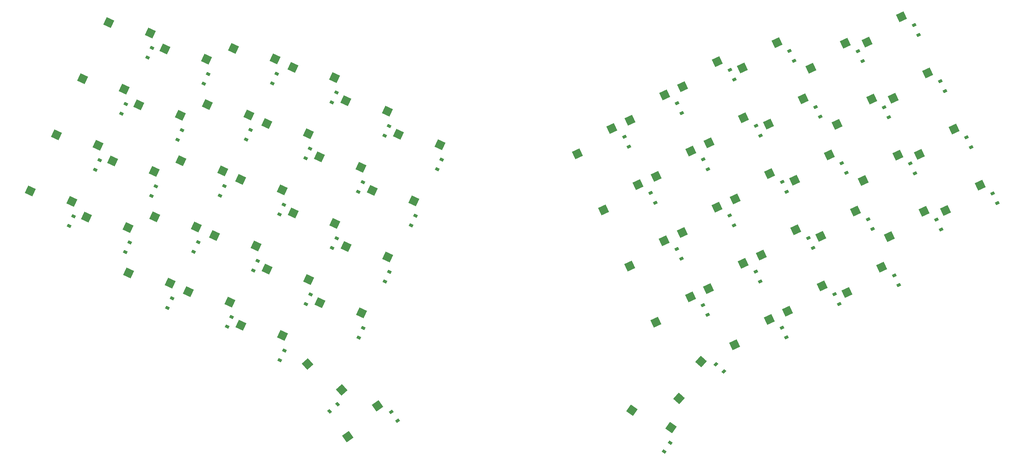
<source format=gbr>
%TF.GenerationSoftware,KiCad,Pcbnew,8.0.7*%
%TF.CreationDate,2024-12-25T21:28:18-05:00*%
%TF.ProjectId,mx,6d782e6b-6963-4616-945f-706362585858,v1.0.0*%
%TF.SameCoordinates,Original*%
%TF.FileFunction,Paste,Bot*%
%TF.FilePolarity,Positive*%
%FSLAX46Y46*%
G04 Gerber Fmt 4.6, Leading zero omitted, Abs format (unit mm)*
G04 Created by KiCad (PCBNEW 8.0.7) date 2024-12-25 21:28:18*
%MOMM*%
%LPD*%
G01*
G04 APERTURE LIST*
G04 Aperture macros list*
%AMRotRect*
0 Rectangle, with rotation*
0 The origin of the aperture is its center*
0 $1 length*
0 $2 width*
0 $3 Rotation angle, in degrees counterclockwise*
0 Add horizontal line*
21,1,$1,$2,0,0,$3*%
G04 Aperture macros list end*
%ADD10RotRect,2.550000X2.500000X335.000000*%
%ADD11RotRect,0.900000X1.200000X65.000000*%
%ADD12RotRect,2.550000X2.500000X25.000000*%
%ADD13RotRect,0.900000X1.200000X115.000000*%
%ADD14RotRect,0.900000X1.200000X55.000000*%
%ADD15RotRect,2.550000X2.500000X325.000000*%
%ADD16RotRect,0.900000X1.200000X125.000000*%
%ADD17RotRect,0.900000X1.200000X138.000000*%
%ADD18RotRect,2.550000X2.500000X48.000000*%
%ADD19RotRect,2.550000X2.500000X312.000000*%
%ADD20RotRect,0.900000X1.200000X42.000000*%
%ADD21RotRect,2.550000X2.500000X35.000000*%
G04 APERTURE END LIST*
D10*
%TO.C,S19*%
X125383274Y-174263024D03*
X138172566Y-177424184D03*
%TD*%
D11*
%TO.C,D27*%
X185734205Y-126261014D03*
X187128847Y-123270196D03*
%TD*%
D10*
%TO.C,S27*%
X173795404Y-115519017D03*
X186584696Y-118680177D03*
%TD*%
D11*
%TO.C,D26*%
X177683333Y-143526185D03*
X179077975Y-140535367D03*
%TD*%
D12*
%TO.C,S35*%
X316707930Y-129725334D03*
X327350321Y-121960126D03*
%TD*%
D13*
%TO.C,D54*%
X260803222Y-153797014D03*
X259408580Y-150806196D03*
%TD*%
%TO.C,D43*%
X309322214Y-167694043D03*
X307927572Y-164703225D03*
%TD*%
D10*
%TO.C,S14*%
X109174652Y-163946379D03*
X121963944Y-167107539D03*
%TD*%
D11*
%TO.C,D25*%
X169632451Y-160791347D03*
X171027093Y-157800529D03*
%TD*%
%TO.C,D2*%
X80559616Y-126427956D03*
X81954258Y-123437138D03*
%TD*%
%TO.C,D12*%
X126944388Y-117107779D03*
X128339030Y-114116961D03*
%TD*%
D12*
%TO.C,S41*%
X287588319Y-112354278D03*
X298230710Y-104589070D03*
%TD*%
D10*
%TO.C,S7*%
X93936849Y-106471671D03*
X106726141Y-109632831D03*
%TD*%
D14*
%TO.C,D58*%
X255487339Y-213103225D03*
X257380141Y-210400023D03*
%TD*%
D13*
%TO.C,D51*%
X268960965Y-126215203D03*
X267566323Y-123224385D03*
%TD*%
D12*
%TO.C,S39*%
X303690077Y-146884605D03*
X314332468Y-139119397D03*
%TD*%
%TO.C,S45*%
X277317491Y-135404550D03*
X287959882Y-127639342D03*
%TD*%
D11*
%TO.C,D20*%
X145372956Y-167739861D03*
X146767598Y-164749043D03*
%TD*%
%TO.C,D21*%
X153423834Y-150474697D03*
X154818476Y-147483879D03*
%TD*%
D13*
%TO.C,D41*%
X303491288Y-110113445D03*
X302096646Y-107122627D03*
%TD*%
D10*
%TO.C,S21*%
X141485026Y-139732697D03*
X154274318Y-142893857D03*
%TD*%
D12*
%TO.C,S31*%
X333973095Y-121674457D03*
X344615486Y-113909249D03*
%TD*%
D10*
%TO.C,S11*%
X106954702Y-123630943D03*
X119743994Y-126792103D03*
%TD*%
D15*
%TO.C,S58*%
X245595235Y-200451268D03*
X257641299Y-205785243D03*
%TD*%
D10*
%TO.C,S6*%
X85885973Y-123736832D03*
X98675265Y-126897992D03*
%TD*%
D13*
%TO.C,D52*%
X260910084Y-108950041D03*
X259515442Y-105959223D03*
%TD*%
D12*
%TO.C,S54*%
X244900256Y-156037845D03*
X255542647Y-148272637D03*
%TD*%
D10*
%TO.C,S12*%
X115005578Y-106365782D03*
X127794870Y-109526942D03*
%TD*%
D11*
%TO.C,D18*%
X153316973Y-105627726D03*
X154711615Y-102636908D03*
%TD*%
D13*
%TO.C,D37*%
X316509141Y-92954175D03*
X315114499Y-89963357D03*
%TD*%
D10*
%TO.C,S24*%
X149642766Y-167314508D03*
X162432058Y-170475668D03*
%TD*%
D12*
%TO.C,S34*%
X324758805Y-146990497D03*
X335401196Y-139225289D03*
%TD*%
%TO.C,S52*%
X245007118Y-111190871D03*
X255649509Y-103425663D03*
%TD*%
%TO.C,S49*%
X269159750Y-162986363D03*
X279802141Y-155221155D03*
%TD*%
D11*
%TO.C,D24*%
X161581577Y-178056508D03*
X162976219Y-175065690D03*
%TD*%
D10*
%TO.C,S20*%
X133434147Y-156997860D03*
X146223439Y-160159020D03*
%TD*%
D11*
%TO.C,D23*%
X169525588Y-115944372D03*
X170920230Y-112953554D03*
%TD*%
D13*
%TO.C,D53*%
X268854098Y-171062177D03*
X267459456Y-168071359D03*
%TD*%
D11*
%TO.C,D15*%
X129164338Y-157423215D03*
X130558980Y-154432397D03*
%TD*%
D12*
%TO.C,S51*%
X253057994Y-128456035D03*
X263700385Y-120690827D03*
%TD*%
%TO.C,S47*%
X261215735Y-100874223D03*
X271858126Y-93109015D03*
%TD*%
%TO.C,S53*%
X252951133Y-173303011D03*
X263593524Y-165537803D03*
%TD*%
D16*
%TO.C,D29*%
X173505910Y-203610536D03*
X171613108Y-200907332D03*
%TD*%
D13*
%TO.C,D56*%
X244701463Y-119266689D03*
X243306821Y-116275871D03*
%TD*%
D11*
%TO.C,D8*%
X113926540Y-99948508D03*
X115321182Y-96957690D03*
%TD*%
D10*
%TO.C,S23*%
X157586783Y-105202372D03*
X170376075Y-108363532D03*
%TD*%
D13*
%TO.C,D47*%
X277118703Y-98633393D03*
X275724061Y-95642575D03*
%TD*%
%TO.C,D38*%
X327643923Y-161908936D03*
X326249281Y-158918118D03*
%TD*%
%TO.C,D35*%
X332610900Y-127484504D03*
X331216258Y-124493686D03*
%TD*%
D17*
%TO.C,D57*%
X273863438Y-188472098D03*
X271411062Y-186263964D03*
%TD*%
D12*
%TO.C,S33*%
X317871340Y-87144131D03*
X328513731Y-79378923D03*
%TD*%
D13*
%TO.C,D36*%
X324560015Y-110219338D03*
X323165373Y-107228520D03*
%TD*%
D10*
%TO.C,S26*%
X165744522Y-132784181D03*
X178533814Y-135945341D03*
%TD*%
D13*
%TO.C,D50*%
X277011842Y-143480367D03*
X275617200Y-140489549D03*
%TD*%
D10*
%TO.C,S15*%
X117225537Y-146681213D03*
X130014829Y-149842373D03*
%TD*%
D12*
%TO.C,S46*%
X269266607Y-118139389D03*
X279908998Y-110374181D03*
%TD*%
D13*
%TO.C,D32*%
X341825180Y-102168466D03*
X340430538Y-99177648D03*
%TD*%
D18*
%TO.C,S57*%
X260100240Y-196748580D03*
X266862506Y-185442355D03*
%TD*%
D13*
%TO.C,D34*%
X340661774Y-144749670D03*
X339267132Y-141758852D03*
%TD*%
%TO.C,D55*%
X252752344Y-136531852D03*
X251357702Y-133541034D03*
%TD*%
D11*
%TO.C,D14*%
X121113463Y-174688374D03*
X122508105Y-171697556D03*
%TD*%
D12*
%TO.C,S36*%
X308657047Y-112460173D03*
X319299438Y-104694965D03*
%TD*%
D10*
%TO.C,S3*%
X76671689Y-98420794D03*
X89460981Y-101581954D03*
%TD*%
%TO.C,S18*%
X141378167Y-94885726D03*
X154167459Y-98046886D03*
%TD*%
D13*
%TO.C,D40*%
X311542169Y-127378611D03*
X310147527Y-124387793D03*
%TD*%
D12*
%TO.C,S48*%
X277210629Y-180251528D03*
X287853020Y-172486320D03*
%TD*%
D11*
%TO.C,D13*%
X134995260Y-99842613D03*
X136389902Y-96851795D03*
%TD*%
D13*
%TO.C,D46*%
X285169581Y-115898559D03*
X283774939Y-112907741D03*
%TD*%
D19*
%TO.C,S28*%
X145854461Y-186218220D03*
X156391899Y-194125264D03*
%TD*%
D12*
%TO.C,S42*%
X279537443Y-95089117D03*
X290179834Y-87323909D03*
%TD*%
D10*
%TO.C,S13*%
X123056454Y-89100615D03*
X135845746Y-92261775D03*
%TD*%
D12*
%TO.C,S38*%
X311740951Y-164149771D03*
X322383342Y-156384563D03*
%TD*%
D10*
%TO.C,S4*%
X84722565Y-81155630D03*
X97511857Y-84316790D03*
%TD*%
D11*
%TO.C,D19*%
X137322079Y-185005026D03*
X138716721Y-182014208D03*
%TD*%
D20*
%TO.C,D28*%
X152646958Y-200771146D03*
X155099334Y-198563014D03*
%TD*%
D10*
%TO.C,S8*%
X101987731Y-89206508D03*
X114777023Y-92367668D03*
%TD*%
%TO.C,S17*%
X133327289Y-112150888D03*
X146116581Y-115312048D03*
%TD*%
%TO.C,S16*%
X125276410Y-129416050D03*
X138065702Y-132577210D03*
%TD*%
D21*
%TO.C,S29*%
X158233664Y-208578849D03*
X167365959Y-199083579D03*
%TD*%
D10*
%TO.C,S5*%
X77835096Y-141002000D03*
X90624388Y-144163160D03*
%TD*%
D12*
%TO.C,S30*%
X342023969Y-138939620D03*
X352666360Y-131174412D03*
%TD*%
D11*
%TO.C,D16*%
X137215217Y-140158051D03*
X138609859Y-137167233D03*
%TD*%
D10*
%TO.C,S2*%
X68620813Y-115685955D03*
X81410105Y-118847115D03*
%TD*%
D11*
%TO.C,D3*%
X88610495Y-109162795D03*
X90005137Y-106171977D03*
%TD*%
D12*
%TO.C,S37*%
X300606173Y-95195007D03*
X311248564Y-87429799D03*
%TD*%
%TO.C,S44*%
X285368367Y-152669715D03*
X296010758Y-144904507D03*
%TD*%
D13*
%TO.C,D49*%
X285062720Y-160745531D03*
X283668078Y-157754713D03*
%TD*%
%TO.C,D42*%
X295440413Y-92848282D03*
X294045771Y-89857464D03*
%TD*%
%TO.C,D45*%
X293220460Y-133163721D03*
X291825818Y-130172903D03*
%TD*%
D12*
%TO.C,S56*%
X228798502Y-121507520D03*
X239440893Y-113742312D03*
%TD*%
D13*
%TO.C,D31*%
X349876059Y-119433623D03*
X348481417Y-116442805D03*
%TD*%
D10*
%TO.C,S25*%
X157693645Y-150049344D03*
X170482937Y-153210504D03*
%TD*%
D12*
%TO.C,S55*%
X236849375Y-138772684D03*
X247491766Y-131007476D03*
%TD*%
D10*
%TO.C,S10*%
X98903825Y-140896107D03*
X111693117Y-144057267D03*
%TD*%
%TO.C,S1*%
X60569934Y-132951120D03*
X73359226Y-136112280D03*
%TD*%
D11*
%TO.C,D6*%
X97824782Y-134478832D03*
X99219424Y-131488014D03*
%TD*%
D13*
%TO.C,D39*%
X319593045Y-144643773D03*
X318198403Y-141652955D03*
%TD*%
D11*
%TO.C,D9*%
X102791750Y-168903268D03*
X104186392Y-165912450D03*
%TD*%
D10*
%TO.C,S9*%
X90852944Y-158161267D03*
X103642236Y-161322427D03*
%TD*%
D11*
%TO.C,D11*%
X118893507Y-134372945D03*
X120288149Y-131382127D03*
%TD*%
D12*
%TO.C,S40*%
X295639199Y-129619440D03*
X306281590Y-121854232D03*
%TD*%
D13*
%TO.C,D48*%
X293113599Y-178010693D03*
X291718957Y-175019875D03*
%TD*%
D11*
%TO.C,D17*%
X145266095Y-122892888D03*
X146660737Y-119902070D03*
%TD*%
D13*
%TO.C,D33*%
X333774307Y-84903297D03*
X332379665Y-81912479D03*
%TD*%
D12*
%TO.C,S50*%
X261108873Y-145721197D03*
X271751264Y-137955989D03*
%TD*%
D13*
%TO.C,D30*%
X357926938Y-136698787D03*
X356532296Y-133707969D03*
%TD*%
D11*
%TO.C,D4*%
X96661369Y-91897633D03*
X98056011Y-88906815D03*
%TD*%
%TO.C,D10*%
X110842632Y-151638106D03*
X112237274Y-148647288D03*
%TD*%
D12*
%TO.C,S43*%
X293419247Y-169934877D03*
X304061638Y-162169669D03*
%TD*%
D13*
%TO.C,D44*%
X301271338Y-150428881D03*
X299876696Y-147438063D03*
%TD*%
D11*
%TO.C,D1*%
X72508742Y-143693118D03*
X73903384Y-140702300D03*
%TD*%
%TO.C,D5*%
X89773904Y-151743998D03*
X91168546Y-148753180D03*
%TD*%
D12*
%TO.C,S32*%
X325922211Y-104409296D03*
X336564602Y-96644088D03*
%TD*%
D11*
%TO.C,D7*%
X105875656Y-117213670D03*
X107270298Y-114222852D03*
%TD*%
%TO.C,D22*%
X161474714Y-133209539D03*
X162869356Y-130218721D03*
%TD*%
D10*
%TO.C,S22*%
X149535904Y-122467534D03*
X162325196Y-125628694D03*
%TD*%
M02*

</source>
